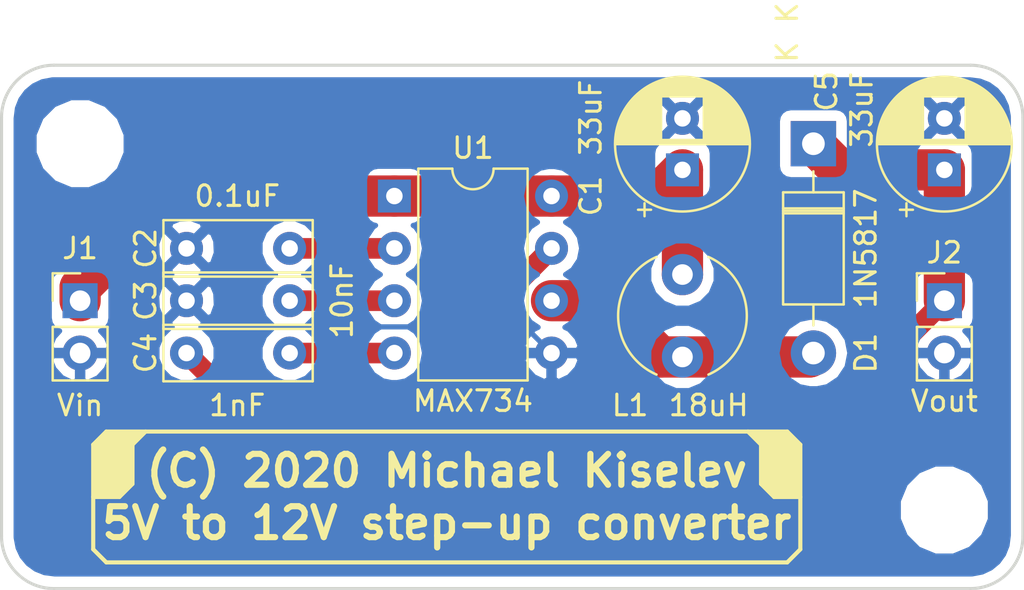
<source format=kicad_pcb>
(kicad_pcb (version 20171130) (host pcbnew "(5.0.2)-1")

  (general
    (thickness 1.6)
    (drawings 28)
    (tracks 46)
    (zones 0)
    (modules 12)
    (nets 8)
  )

  (page A4)
  (layers
    (0 F.Cu signal)
    (31 B.Cu signal)
    (32 B.Adhes user)
    (33 F.Adhes user)
    (34 B.Paste user)
    (35 F.Paste user)
    (36 B.SilkS user)
    (37 F.SilkS user)
    (38 B.Mask user)
    (39 F.Mask user)
    (40 Dwgs.User user)
    (41 Cmts.User user)
    (42 Eco1.User user)
    (43 Eco2.User user)
    (44 Edge.Cuts user)
    (45 Margin user)
    (46 B.CrtYd user)
    (47 F.CrtYd user)
    (48 B.Fab user)
    (49 F.Fab user)
  )

  (setup
    (last_trace_width 0.25)
    (user_trace_width 1)
    (user_trace_width 2)
    (user_trace_width 2.5)
    (trace_clearance 0.2)
    (zone_clearance 0.508)
    (zone_45_only no)
    (trace_min 0.2)
    (segment_width 0.2)
    (edge_width 0.15)
    (via_size 0.8)
    (via_drill 0.4)
    (via_min_size 0.4)
    (via_min_drill 0.3)
    (uvia_size 0.3)
    (uvia_drill 0.1)
    (uvias_allowed no)
    (uvia_min_size 0.2)
    (uvia_min_drill 0.1)
    (pcb_text_width 0.3)
    (pcb_text_size 1.5 1.5)
    (mod_edge_width 0.15)
    (mod_text_size 1 1)
    (mod_text_width 0.15)
    (pad_size 1.524 1.524)
    (pad_drill 0.762)
    (pad_to_mask_clearance 0.051)
    (solder_mask_min_width 0.25)
    (aux_axis_origin 0 0)
    (visible_elements 7FFFFFFF)
    (pcbplotparams
      (layerselection 0x010f0_ffffffff)
      (usegerberextensions false)
      (usegerberattributes false)
      (usegerberadvancedattributes false)
      (creategerberjobfile false)
      (excludeedgelayer true)
      (linewidth 0.100000)
      (plotframeref false)
      (viasonmask false)
      (mode 1)
      (useauxorigin false)
      (hpglpennumber 1)
      (hpglpenspeed 20)
      (hpglpendiameter 15.000000)
      (psnegative false)
      (psa4output false)
      (plotreference true)
      (plotvalue true)
      (plotinvisibletext false)
      (padsonsilk false)
      (subtractmaskfromsilk false)
      (outputformat 1)
      (mirror false)
      (drillshape 0)
      (scaleselection 1)
      (outputdirectory "Gerber"))
  )

  (net 0 "")
  (net 1 GND)
  (net 2 "Net-(C1-Pad1)")
  (net 3 "Net-(C2-Pad1)")
  (net 4 "Net-(C3-Pad1)")
  (net 5 "Net-(C4-Pad1)")
  (net 6 "Net-(C4-Pad2)")
  (net 7 "Net-(D1-Pad2)")

  (net_class Default "This is the default net class."
    (clearance 0.2)
    (trace_width 0.25)
    (via_dia 0.8)
    (via_drill 0.4)
    (uvia_dia 0.3)
    (uvia_drill 0.1)
    (add_net GND)
    (add_net "Net-(C1-Pad1)")
    (add_net "Net-(C2-Pad1)")
    (add_net "Net-(C3-Pad1)")
    (add_net "Net-(C4-Pad1)")
    (add_net "Net-(C4-Pad2)")
    (add_net "Net-(D1-Pad2)")
  )

  (module Package_DIP:DIP-8_W7.62mm (layer F.Cu) (tedit 5E35077E) (tstamp 5E406F13)
    (at 111.76 71.12)
    (descr "8-lead though-hole mounted DIP package, row spacing 7.62 mm (300 mils)")
    (tags "THT DIP DIL PDIP 2.54mm 7.62mm 300mil")
    (path /5E33F7CE)
    (fp_text reference U1 (at 3.81 -2.33) (layer F.SilkS)
      (effects (font (size 1 1) (thickness 0.15)))
    )
    (fp_text value MAX734 (at 3.81 9.95) (layer F.SilkS)
      (effects (font (size 1 1) (thickness 0.15)))
    )
    (fp_arc (start 3.81 -1.33) (end 2.81 -1.33) (angle -180) (layer F.SilkS) (width 0.12))
    (fp_line (start 1.635 -1.27) (end 6.985 -1.27) (layer F.Fab) (width 0.1))
    (fp_line (start 6.985 -1.27) (end 6.985 8.89) (layer F.Fab) (width 0.1))
    (fp_line (start 6.985 8.89) (end 0.635 8.89) (layer F.Fab) (width 0.1))
    (fp_line (start 0.635 8.89) (end 0.635 -0.27) (layer F.Fab) (width 0.1))
    (fp_line (start 0.635 -0.27) (end 1.635 -1.27) (layer F.Fab) (width 0.1))
    (fp_line (start 2.81 -1.33) (end 1.16 -1.33) (layer F.SilkS) (width 0.12))
    (fp_line (start 1.16 -1.33) (end 1.16 8.95) (layer F.SilkS) (width 0.12))
    (fp_line (start 1.16 8.95) (end 6.46 8.95) (layer F.SilkS) (width 0.12))
    (fp_line (start 6.46 8.95) (end 6.46 -1.33) (layer F.SilkS) (width 0.12))
    (fp_line (start 6.46 -1.33) (end 4.81 -1.33) (layer F.SilkS) (width 0.12))
    (fp_line (start -1.1 -1.55) (end -1.1 9.15) (layer F.CrtYd) (width 0.05))
    (fp_line (start -1.1 9.15) (end 8.7 9.15) (layer F.CrtYd) (width 0.05))
    (fp_line (start 8.7 9.15) (end 8.7 -1.55) (layer F.CrtYd) (width 0.05))
    (fp_line (start 8.7 -1.55) (end -1.1 -1.55) (layer F.CrtYd) (width 0.05))
    (fp_text user %R (at 3.81 3.81) (layer F.Fab)
      (effects (font (size 1 1) (thickness 0.15)))
    )
    (pad 1 thru_hole rect (at 0 0) (size 1.6 1.6) (drill 0.8) (layers *.Cu *.Mask)
      (net 2 "Net-(C1-Pad1)"))
    (pad 5 thru_hole oval (at 7.62 7.62) (size 1.6 1.6) (drill 0.8) (layers *.Cu *.Mask)
      (net 1 GND))
    (pad 2 thru_hole oval (at 0 2.54) (size 1.6 1.6) (drill 0.8) (layers *.Cu *.Mask)
      (net 3 "Net-(C2-Pad1)"))
    (pad 6 thru_hole oval (at 7.62 5.08) (size 1.6 1.6) (drill 0.8) (layers *.Cu *.Mask)
      (net 7 "Net-(D1-Pad2)"))
    (pad 3 thru_hole oval (at 0 5.08) (size 1.6 1.6) (drill 0.8) (layers *.Cu *.Mask)
      (net 4 "Net-(C3-Pad1)"))
    (pad 7 thru_hole oval (at 7.62 2.54) (size 1.6 1.6) (drill 0.8) (layers *.Cu *.Mask)
      (net 6 "Net-(C4-Pad2)"))
    (pad 4 thru_hole oval (at 0 7.62) (size 1.6 1.6) (drill 0.8) (layers *.Cu *.Mask)
      (net 5 "Net-(C4-Pad1)"))
    (pad 8 thru_hole oval (at 7.62 0) (size 1.6 1.6) (drill 0.8) (layers *.Cu *.Mask)
      (net 2 "Net-(C1-Pad1)"))
    (model ${KISYS3DMOD}/Package_DIP.3dshapes/DIP-8_W7.62mm.wrl
      (at (xyz 0 0 0))
      (scale (xyz 1 1 1))
      (rotate (xyz 0 0 0))
    )
  )

  (module Inductor_THT:L_Radial_D6.0mm_P4.00mm (layer F.Cu) (tedit 5E35078A) (tstamp 5E40958F)
    (at 125.73 74.93 270)
    (descr "Inductor, Radial series, Radial, pin pitch=4.00mm, , diameter=6.0mm, http://www.abracon.com/Magnetics/radial/AIUR-07.pdf")
    (tags "Inductor Radial series Radial pin pitch 4.00mm  diameter 6.0mm")
    (path /5E33FCA3)
    (fp_text reference L1 (at 6.35 2.54) (layer F.SilkS)
      (effects (font (size 1 1) (thickness 0.15)))
    )
    (fp_text value 18uH (at 6.35 -1.27) (layer F.SilkS)
      (effects (font (size 1 1) (thickness 0.15)))
    )
    (fp_arc (start 2 0) (end -0.85426 -1.26) (angle 132.362317) (layer F.SilkS) (width 0.12))
    (fp_arc (start 2 0) (end -0.85426 1.26) (angle -132.362317) (layer F.SilkS) (width 0.12))
    (fp_circle (center 2 0) (end 5 0) (layer F.Fab) (width 0.1))
    (fp_circle (center 2 0) (end 5.49 0) (layer F.CrtYd) (width 0.05))
    (fp_text user %R (at 2 0 270) (layer F.Fab)
      (effects (font (size 1 1) (thickness 0.15)))
    )
    (pad 1 thru_hole circle (at 0 0 270) (size 2 2) (drill 1) (layers *.Cu *.Mask)
      (net 2 "Net-(C1-Pad1)"))
    (pad 2 thru_hole circle (at 4 0 270) (size 2 2) (drill 1) (layers *.Cu *.Mask)
      (net 7 "Net-(D1-Pad2)"))
    (model ${KISYS3DMOD}/Inductor_THT.3dshapes/L_Radial_D6.0mm_P4.00mm.wrl
      (at (xyz 0 0 0))
      (scale (xyz 1 1 1))
      (rotate (xyz 0 0 0))
    )
  )

  (module Capacitor_THT:CP_Radial_D6.3mm_P2.50mm (layer F.Cu) (tedit 5E35065B) (tstamp 5E406DD4)
    (at 125.73 69.85 90)
    (descr "CP, Radial series, Radial, pin pitch=2.50mm, , diameter=6.3mm, Electrolytic Capacitor")
    (tags "CP Radial series Radial pin pitch 2.50mm  diameter 6.3mm Electrolytic Capacitor")
    (path /5E33FC52)
    (fp_text reference C1 (at -1.27 -4.445 90) (layer F.SilkS)
      (effects (font (size 1 1) (thickness 0.15)))
    )
    (fp_text value 33uF (at 2.54 -4.445 90) (layer F.SilkS)
      (effects (font (size 1 1) (thickness 0.15)))
    )
    (fp_text user %R (at 1.25 0 90) (layer F.Fab)
      (effects (font (size 1 1) (thickness 0.15)))
    )
    (fp_line (start -1.935241 -2.154) (end -1.935241 -1.524) (layer F.SilkS) (width 0.12))
    (fp_line (start -2.250241 -1.839) (end -1.620241 -1.839) (layer F.SilkS) (width 0.12))
    (fp_line (start 4.491 -0.402) (end 4.491 0.402) (layer F.SilkS) (width 0.12))
    (fp_line (start 4.451 -0.633) (end 4.451 0.633) (layer F.SilkS) (width 0.12))
    (fp_line (start 4.411 -0.802) (end 4.411 0.802) (layer F.SilkS) (width 0.12))
    (fp_line (start 4.371 -0.94) (end 4.371 0.94) (layer F.SilkS) (width 0.12))
    (fp_line (start 4.331 -1.059) (end 4.331 1.059) (layer F.SilkS) (width 0.12))
    (fp_line (start 4.291 -1.165) (end 4.291 1.165) (layer F.SilkS) (width 0.12))
    (fp_line (start 4.251 -1.262) (end 4.251 1.262) (layer F.SilkS) (width 0.12))
    (fp_line (start 4.211 -1.35) (end 4.211 1.35) (layer F.SilkS) (width 0.12))
    (fp_line (start 4.171 -1.432) (end 4.171 1.432) (layer F.SilkS) (width 0.12))
    (fp_line (start 4.131 -1.509) (end 4.131 1.509) (layer F.SilkS) (width 0.12))
    (fp_line (start 4.091 -1.581) (end 4.091 1.581) (layer F.SilkS) (width 0.12))
    (fp_line (start 4.051 -1.65) (end 4.051 1.65) (layer F.SilkS) (width 0.12))
    (fp_line (start 4.011 -1.714) (end 4.011 1.714) (layer F.SilkS) (width 0.12))
    (fp_line (start 3.971 -1.776) (end 3.971 1.776) (layer F.SilkS) (width 0.12))
    (fp_line (start 3.931 -1.834) (end 3.931 1.834) (layer F.SilkS) (width 0.12))
    (fp_line (start 3.891 -1.89) (end 3.891 1.89) (layer F.SilkS) (width 0.12))
    (fp_line (start 3.851 -1.944) (end 3.851 1.944) (layer F.SilkS) (width 0.12))
    (fp_line (start 3.811 -1.995) (end 3.811 1.995) (layer F.SilkS) (width 0.12))
    (fp_line (start 3.771 -2.044) (end 3.771 2.044) (layer F.SilkS) (width 0.12))
    (fp_line (start 3.731 -2.092) (end 3.731 2.092) (layer F.SilkS) (width 0.12))
    (fp_line (start 3.691 -2.137) (end 3.691 2.137) (layer F.SilkS) (width 0.12))
    (fp_line (start 3.651 -2.182) (end 3.651 2.182) (layer F.SilkS) (width 0.12))
    (fp_line (start 3.611 -2.224) (end 3.611 2.224) (layer F.SilkS) (width 0.12))
    (fp_line (start 3.571 -2.265) (end 3.571 2.265) (layer F.SilkS) (width 0.12))
    (fp_line (start 3.531 1.04) (end 3.531 2.305) (layer F.SilkS) (width 0.12))
    (fp_line (start 3.531 -2.305) (end 3.531 -1.04) (layer F.SilkS) (width 0.12))
    (fp_line (start 3.491 1.04) (end 3.491 2.343) (layer F.SilkS) (width 0.12))
    (fp_line (start 3.491 -2.343) (end 3.491 -1.04) (layer F.SilkS) (width 0.12))
    (fp_line (start 3.451 1.04) (end 3.451 2.38) (layer F.SilkS) (width 0.12))
    (fp_line (start 3.451 -2.38) (end 3.451 -1.04) (layer F.SilkS) (width 0.12))
    (fp_line (start 3.411 1.04) (end 3.411 2.416) (layer F.SilkS) (width 0.12))
    (fp_line (start 3.411 -2.416) (end 3.411 -1.04) (layer F.SilkS) (width 0.12))
    (fp_line (start 3.371 1.04) (end 3.371 2.45) (layer F.SilkS) (width 0.12))
    (fp_line (start 3.371 -2.45) (end 3.371 -1.04) (layer F.SilkS) (width 0.12))
    (fp_line (start 3.331 1.04) (end 3.331 2.484) (layer F.SilkS) (width 0.12))
    (fp_line (start 3.331 -2.484) (end 3.331 -1.04) (layer F.SilkS) (width 0.12))
    (fp_line (start 3.291 1.04) (end 3.291 2.516) (layer F.SilkS) (width 0.12))
    (fp_line (start 3.291 -2.516) (end 3.291 -1.04) (layer F.SilkS) (width 0.12))
    (fp_line (start 3.251 1.04) (end 3.251 2.548) (layer F.SilkS) (width 0.12))
    (fp_line (start 3.251 -2.548) (end 3.251 -1.04) (layer F.SilkS) (width 0.12))
    (fp_line (start 3.211 1.04) (end 3.211 2.578) (layer F.SilkS) (width 0.12))
    (fp_line (start 3.211 -2.578) (end 3.211 -1.04) (layer F.SilkS) (width 0.12))
    (fp_line (start 3.171 1.04) (end 3.171 2.607) (layer F.SilkS) (width 0.12))
    (fp_line (start 3.171 -2.607) (end 3.171 -1.04) (layer F.SilkS) (width 0.12))
    (fp_line (start 3.131 1.04) (end 3.131 2.636) (layer F.SilkS) (width 0.12))
    (fp_line (start 3.131 -2.636) (end 3.131 -1.04) (layer F.SilkS) (width 0.12))
    (fp_line (start 3.091 1.04) (end 3.091 2.664) (layer F.SilkS) (width 0.12))
    (fp_line (start 3.091 -2.664) (end 3.091 -1.04) (layer F.SilkS) (width 0.12))
    (fp_line (start 3.051 1.04) (end 3.051 2.69) (layer F.SilkS) (width 0.12))
    (fp_line (start 3.051 -2.69) (end 3.051 -1.04) (layer F.SilkS) (width 0.12))
    (fp_line (start 3.011 1.04) (end 3.011 2.716) (layer F.SilkS) (width 0.12))
    (fp_line (start 3.011 -2.716) (end 3.011 -1.04) (layer F.SilkS) (width 0.12))
    (fp_line (start 2.971 1.04) (end 2.971 2.742) (layer F.SilkS) (width 0.12))
    (fp_line (start 2.971 -2.742) (end 2.971 -1.04) (layer F.SilkS) (width 0.12))
    (fp_line (start 2.931 1.04) (end 2.931 2.766) (layer F.SilkS) (width 0.12))
    (fp_line (start 2.931 -2.766) (end 2.931 -1.04) (layer F.SilkS) (width 0.12))
    (fp_line (start 2.891 1.04) (end 2.891 2.79) (layer F.SilkS) (width 0.12))
    (fp_line (start 2.891 -2.79) (end 2.891 -1.04) (layer F.SilkS) (width 0.12))
    (fp_line (start 2.851 1.04) (end 2.851 2.812) (layer F.SilkS) (width 0.12))
    (fp_line (start 2.851 -2.812) (end 2.851 -1.04) (layer F.SilkS) (width 0.12))
    (fp_line (start 2.811 1.04) (end 2.811 2.834) (layer F.SilkS) (width 0.12))
    (fp_line (start 2.811 -2.834) (end 2.811 -1.04) (layer F.SilkS) (width 0.12))
    (fp_line (start 2.771 1.04) (end 2.771 2.856) (layer F.SilkS) (width 0.12))
    (fp_line (start 2.771 -2.856) (end 2.771 -1.04) (layer F.SilkS) (width 0.12))
    (fp_line (start 2.731 1.04) (end 2.731 2.876) (layer F.SilkS) (width 0.12))
    (fp_line (start 2.731 -2.876) (end 2.731 -1.04) (layer F.SilkS) (width 0.12))
    (fp_line (start 2.691 1.04) (end 2.691 2.896) (layer F.SilkS) (width 0.12))
    (fp_line (start 2.691 -2.896) (end 2.691 -1.04) (layer F.SilkS) (width 0.12))
    (fp_line (start 2.651 1.04) (end 2.651 2.916) (layer F.SilkS) (width 0.12))
    (fp_line (start 2.651 -2.916) (end 2.651 -1.04) (layer F.SilkS) (width 0.12))
    (fp_line (start 2.611 1.04) (end 2.611 2.934) (layer F.SilkS) (width 0.12))
    (fp_line (start 2.611 -2.934) (end 2.611 -1.04) (layer F.SilkS) (width 0.12))
    (fp_line (start 2.571 1.04) (end 2.571 2.952) (layer F.SilkS) (width 0.12))
    (fp_line (start 2.571 -2.952) (end 2.571 -1.04) (layer F.SilkS) (width 0.12))
    (fp_line (start 2.531 1.04) (end 2.531 2.97) (layer F.SilkS) (width 0.12))
    (fp_line (start 2.531 -2.97) (end 2.531 -1.04) (layer F.SilkS) (width 0.12))
    (fp_line (start 2.491 1.04) (end 2.491 2.986) (layer F.SilkS) (width 0.12))
    (fp_line (start 2.491 -2.986) (end 2.491 -1.04) (layer F.SilkS) (width 0.12))
    (fp_line (start 2.451 1.04) (end 2.451 3.002) (layer F.SilkS) (width 0.12))
    (fp_line (start 2.451 -3.002) (end 2.451 -1.04) (layer F.SilkS) (width 0.12))
    (fp_line (start 2.411 1.04) (end 2.411 3.018) (layer F.SilkS) (width 0.12))
    (fp_line (start 2.411 -3.018) (end 2.411 -1.04) (layer F.SilkS) (width 0.12))
    (fp_line (start 2.371 1.04) (end 2.371 3.033) (layer F.SilkS) (width 0.12))
    (fp_line (start 2.371 -3.033) (end 2.371 -1.04) (layer F.SilkS) (width 0.12))
    (fp_line (start 2.331 1.04) (end 2.331 3.047) (layer F.SilkS) (width 0.12))
    (fp_line (start 2.331 -3.047) (end 2.331 -1.04) (layer F.SilkS) (width 0.12))
    (fp_line (start 2.291 1.04) (end 2.291 3.061) (layer F.SilkS) (width 0.12))
    (fp_line (start 2.291 -3.061) (end 2.291 -1.04) (layer F.SilkS) (width 0.12))
    (fp_line (start 2.251 1.04) (end 2.251 3.074) (layer F.SilkS) (width 0.12))
    (fp_line (start 2.251 -3.074) (end 2.251 -1.04) (layer F.SilkS) (width 0.12))
    (fp_line (start 2.211 1.04) (end 2.211 3.086) (layer F.SilkS) (width 0.12))
    (fp_line (start 2.211 -3.086) (end 2.211 -1.04) (layer F.SilkS) (width 0.12))
    (fp_line (start 2.171 1.04) (end 2.171 3.098) (layer F.SilkS) (width 0.12))
    (fp_line (start 2.171 -3.098) (end 2.171 -1.04) (layer F.SilkS) (width 0.12))
    (fp_line (start 2.131 1.04) (end 2.131 3.11) (layer F.SilkS) (width 0.12))
    (fp_line (start 2.131 -3.11) (end 2.131 -1.04) (layer F.SilkS) (width 0.12))
    (fp_line (start 2.091 1.04) (end 2.091 3.121) (layer F.SilkS) (width 0.12))
    (fp_line (start 2.091 -3.121) (end 2.091 -1.04) (layer F.SilkS) (width 0.12))
    (fp_line (start 2.051 1.04) (end 2.051 3.131) (layer F.SilkS) (width 0.12))
    (fp_line (start 2.051 -3.131) (end 2.051 -1.04) (layer F.SilkS) (width 0.12))
    (fp_line (start 2.011 1.04) (end 2.011 3.141) (layer F.SilkS) (width 0.12))
    (fp_line (start 2.011 -3.141) (end 2.011 -1.04) (layer F.SilkS) (width 0.12))
    (fp_line (start 1.971 1.04) (end 1.971 3.15) (layer F.SilkS) (width 0.12))
    (fp_line (start 1.971 -3.15) (end 1.971 -1.04) (layer F.SilkS) (width 0.12))
    (fp_line (start 1.93 1.04) (end 1.93 3.159) (layer F.SilkS) (width 0.12))
    (fp_line (start 1.93 -3.159) (end 1.93 -1.04) (layer F.SilkS) (width 0.12))
    (fp_line (start 1.89 1.04) (end 1.89 3.167) (layer F.SilkS) (width 0.12))
    (fp_line (start 1.89 -3.167) (end 1.89 -1.04) (layer F.SilkS) (width 0.12))
    (fp_line (start 1.85 1.04) (end 1.85 3.175) (layer F.SilkS) (width 0.12))
    (fp_line (start 1.85 -3.175) (end 1.85 -1.04) (layer F.SilkS) (width 0.12))
    (fp_line (start 1.81 1.04) (end 1.81 3.182) (layer F.SilkS) (width 0.12))
    (fp_line (start 1.81 -3.182) (end 1.81 -1.04) (layer F.SilkS) (width 0.12))
    (fp_line (start 1.77 1.04) (end 1.77 3.189) (layer F.SilkS) (width 0.12))
    (fp_line (start 1.77 -3.189) (end 1.77 -1.04) (layer F.SilkS) (width 0.12))
    (fp_line (start 1.73 1.04) (end 1.73 3.195) (layer F.SilkS) (width 0.12))
    (fp_line (start 1.73 -3.195) (end 1.73 -1.04) (layer F.SilkS) (width 0.12))
    (fp_line (start 1.69 1.04) (end 1.69 3.201) (layer F.SilkS) (width 0.12))
    (fp_line (start 1.69 -3.201) (end 1.69 -1.04) (layer F.SilkS) (width 0.12))
    (fp_line (start 1.65 1.04) (end 1.65 3.206) (layer F.SilkS) (width 0.12))
    (fp_line (start 1.65 -3.206) (end 1.65 -1.04) (layer F.SilkS) (width 0.12))
    (fp_line (start 1.61 1.04) (end 1.61 3.211) (layer F.SilkS) (width 0.12))
    (fp_line (start 1.61 -3.211) (end 1.61 -1.04) (layer F.SilkS) (width 0.12))
    (fp_line (start 1.57 1.04) (end 1.57 3.215) (layer F.SilkS) (width 0.12))
    (fp_line (start 1.57 -3.215) (end 1.57 -1.04) (layer F.SilkS) (width 0.12))
    (fp_line (start 1.53 1.04) (end 1.53 3.218) (layer F.SilkS) (width 0.12))
    (fp_line (start 1.53 -3.218) (end 1.53 -1.04) (layer F.SilkS) (width 0.12))
    (fp_line (start 1.49 1.04) (end 1.49 3.222) (layer F.SilkS) (width 0.12))
    (fp_line (start 1.49 -3.222) (end 1.49 -1.04) (layer F.SilkS) (width 0.12))
    (fp_line (start 1.45 -3.224) (end 1.45 3.224) (layer F.SilkS) (width 0.12))
    (fp_line (start 1.41 -3.227) (end 1.41 3.227) (layer F.SilkS) (width 0.12))
    (fp_line (start 1.37 -3.228) (end 1.37 3.228) (layer F.SilkS) (width 0.12))
    (fp_line (start 1.33 -3.23) (end 1.33 3.23) (layer F.SilkS) (width 0.12))
    (fp_line (start 1.29 -3.23) (end 1.29 3.23) (layer F.SilkS) (width 0.12))
    (fp_line (start 1.25 -3.23) (end 1.25 3.23) (layer F.SilkS) (width 0.12))
    (fp_line (start -1.128972 -1.6885) (end -1.128972 -1.0585) (layer F.Fab) (width 0.1))
    (fp_line (start -1.443972 -1.3735) (end -0.813972 -1.3735) (layer F.Fab) (width 0.1))
    (fp_circle (center 1.25 0) (end 4.65 0) (layer F.CrtYd) (width 0.05))
    (fp_circle (center 1.25 0) (end 4.52 0) (layer F.SilkS) (width 0.12))
    (fp_circle (center 1.25 0) (end 4.4 0) (layer F.Fab) (width 0.1))
    (pad 2 thru_hole circle (at 2.5 0 90) (size 1.6 1.6) (drill 0.8) (layers *.Cu *.Mask)
      (net 1 GND))
    (pad 1 thru_hole rect (at 0 0 90) (size 1.6 1.6) (drill 0.8) (layers *.Cu *.Mask)
      (net 2 "Net-(C1-Pad1)"))
    (model ${KISYS3DMOD}/Capacitor_THT.3dshapes/CP_Radial_D6.3mm_P2.50mm.wrl
      (at (xyz 0 0 0))
      (scale (xyz 1 1 1))
      (rotate (xyz 0 0 0))
    )
  )

  (module Capacitor_THT:CP_Radial_D6.3mm_P2.50mm (layer F.Cu) (tedit 5E350654) (tstamp 5E406EA1)
    (at 138.43 69.85 90)
    (descr "CP, Radial series, Radial, pin pitch=2.50mm, , diameter=6.3mm, Electrolytic Capacitor")
    (tags "CP Radial series Radial pin pitch 2.50mm  diameter 6.3mm Electrolytic Capacitor")
    (path /5E33FBD5)
    (fp_text reference C5 (at 3.81 -5.715 90) (layer F.SilkS)
      (effects (font (size 1 1) (thickness 0.15)))
    )
    (fp_text value 33uF (at 2.921 -4.0005 90) (layer F.SilkS)
      (effects (font (size 1 1) (thickness 0.15)))
    )
    (fp_circle (center 1.25 0) (end 4.4 0) (layer F.Fab) (width 0.1))
    (fp_circle (center 1.25 0) (end 4.52 0) (layer F.SilkS) (width 0.12))
    (fp_circle (center 1.25 0) (end 4.65 0) (layer F.CrtYd) (width 0.05))
    (fp_line (start -1.443972 -1.3735) (end -0.813972 -1.3735) (layer F.Fab) (width 0.1))
    (fp_line (start -1.128972 -1.6885) (end -1.128972 -1.0585) (layer F.Fab) (width 0.1))
    (fp_line (start 1.25 -3.23) (end 1.25 3.23) (layer F.SilkS) (width 0.12))
    (fp_line (start 1.29 -3.23) (end 1.29 3.23) (layer F.SilkS) (width 0.12))
    (fp_line (start 1.33 -3.23) (end 1.33 3.23) (layer F.SilkS) (width 0.12))
    (fp_line (start 1.37 -3.228) (end 1.37 3.228) (layer F.SilkS) (width 0.12))
    (fp_line (start 1.41 -3.227) (end 1.41 3.227) (layer F.SilkS) (width 0.12))
    (fp_line (start 1.45 -3.224) (end 1.45 3.224) (layer F.SilkS) (width 0.12))
    (fp_line (start 1.49 -3.222) (end 1.49 -1.04) (layer F.SilkS) (width 0.12))
    (fp_line (start 1.49 1.04) (end 1.49 3.222) (layer F.SilkS) (width 0.12))
    (fp_line (start 1.53 -3.218) (end 1.53 -1.04) (layer F.SilkS) (width 0.12))
    (fp_line (start 1.53 1.04) (end 1.53 3.218) (layer F.SilkS) (width 0.12))
    (fp_line (start 1.57 -3.215) (end 1.57 -1.04) (layer F.SilkS) (width 0.12))
    (fp_line (start 1.57 1.04) (end 1.57 3.215) (layer F.SilkS) (width 0.12))
    (fp_line (start 1.61 -3.211) (end 1.61 -1.04) (layer F.SilkS) (width 0.12))
    (fp_line (start 1.61 1.04) (end 1.61 3.211) (layer F.SilkS) (width 0.12))
    (fp_line (start 1.65 -3.206) (end 1.65 -1.04) (layer F.SilkS) (width 0.12))
    (fp_line (start 1.65 1.04) (end 1.65 3.206) (layer F.SilkS) (width 0.12))
    (fp_line (start 1.69 -3.201) (end 1.69 -1.04) (layer F.SilkS) (width 0.12))
    (fp_line (start 1.69 1.04) (end 1.69 3.201) (layer F.SilkS) (width 0.12))
    (fp_line (start 1.73 -3.195) (end 1.73 -1.04) (layer F.SilkS) (width 0.12))
    (fp_line (start 1.73 1.04) (end 1.73 3.195) (layer F.SilkS) (width 0.12))
    (fp_line (start 1.77 -3.189) (end 1.77 -1.04) (layer F.SilkS) (width 0.12))
    (fp_line (start 1.77 1.04) (end 1.77 3.189) (layer F.SilkS) (width 0.12))
    (fp_line (start 1.81 -3.182) (end 1.81 -1.04) (layer F.SilkS) (width 0.12))
    (fp_line (start 1.81 1.04) (end 1.81 3.182) (layer F.SilkS) (width 0.12))
    (fp_line (start 1.85 -3.175) (end 1.85 -1.04) (layer F.SilkS) (width 0.12))
    (fp_line (start 1.85 1.04) (end 1.85 3.175) (layer F.SilkS) (width 0.12))
    (fp_line (start 1.89 -3.167) (end 1.89 -1.04) (layer F.SilkS) (width 0.12))
    (fp_line (start 1.89 1.04) (end 1.89 3.167) (layer F.SilkS) (width 0.12))
    (fp_line (start 1.93 -3.159) (end 1.93 -1.04) (layer F.SilkS) (width 0.12))
    (fp_line (start 1.93 1.04) (end 1.93 3.159) (layer F.SilkS) (width 0.12))
    (fp_line (start 1.971 -3.15) (end 1.971 -1.04) (layer F.SilkS) (width 0.12))
    (fp_line (start 1.971 1.04) (end 1.971 3.15) (layer F.SilkS) (width 0.12))
    (fp_line (start 2.011 -3.141) (end 2.011 -1.04) (layer F.SilkS) (width 0.12))
    (fp_line (start 2.011 1.04) (end 2.011 3.141) (layer F.SilkS) (width 0.12))
    (fp_line (start 2.051 -3.131) (end 2.051 -1.04) (layer F.SilkS) (width 0.12))
    (fp_line (start 2.051 1.04) (end 2.051 3.131) (layer F.SilkS) (width 0.12))
    (fp_line (start 2.091 -3.121) (end 2.091 -1.04) (layer F.SilkS) (width 0.12))
    (fp_line (start 2.091 1.04) (end 2.091 3.121) (layer F.SilkS) (width 0.12))
    (fp_line (start 2.131 -3.11) (end 2.131 -1.04) (layer F.SilkS) (width 0.12))
    (fp_line (start 2.131 1.04) (end 2.131 3.11) (layer F.SilkS) (width 0.12))
    (fp_line (start 2.171 -3.098) (end 2.171 -1.04) (layer F.SilkS) (width 0.12))
    (fp_line (start 2.171 1.04) (end 2.171 3.098) (layer F.SilkS) (width 0.12))
    (fp_line (start 2.211 -3.086) (end 2.211 -1.04) (layer F.SilkS) (width 0.12))
    (fp_line (start 2.211 1.04) (end 2.211 3.086) (layer F.SilkS) (width 0.12))
    (fp_line (start 2.251 -3.074) (end 2.251 -1.04) (layer F.SilkS) (width 0.12))
    (fp_line (start 2.251 1.04) (end 2.251 3.074) (layer F.SilkS) (width 0.12))
    (fp_line (start 2.291 -3.061) (end 2.291 -1.04) (layer F.SilkS) (width 0.12))
    (fp_line (start 2.291 1.04) (end 2.291 3.061) (layer F.SilkS) (width 0.12))
    (fp_line (start 2.331 -3.047) (end 2.331 -1.04) (layer F.SilkS) (width 0.12))
    (fp_line (start 2.331 1.04) (end 2.331 3.047) (layer F.SilkS) (width 0.12))
    (fp_line (start 2.371 -3.033) (end 2.371 -1.04) (layer F.SilkS) (width 0.12))
    (fp_line (start 2.371 1.04) (end 2.371 3.033) (layer F.SilkS) (width 0.12))
    (fp_line (start 2.411 -3.018) (end 2.411 -1.04) (layer F.SilkS) (width 0.12))
    (fp_line (start 2.411 1.04) (end 2.411 3.018) (layer F.SilkS) (width 0.12))
    (fp_line (start 2.451 -3.002) (end 2.451 -1.04) (layer F.SilkS) (width 0.12))
    (fp_line (start 2.451 1.04) (end 2.451 3.002) (layer F.SilkS) (width 0.12))
    (fp_line (start 2.491 -2.986) (end 2.491 -1.04) (layer F.SilkS) (width 0.12))
    (fp_line (start 2.491 1.04) (end 2.491 2.986) (layer F.SilkS) (width 0.12))
    (fp_line (start 2.531 -2.97) (end 2.531 -1.04) (layer F.SilkS) (width 0.12))
    (fp_line (start 2.531 1.04) (end 2.531 2.97) (layer F.SilkS) (width 0.12))
    (fp_line (start 2.571 -2.952) (end 2.571 -1.04) (layer F.SilkS) (width 0.12))
    (fp_line (start 2.571 1.04) (end 2.571 2.952) (layer F.SilkS) (width 0.12))
    (fp_line (start 2.611 -2.934) (end 2.611 -1.04) (layer F.SilkS) (width 0.12))
    (fp_line (start 2.611 1.04) (end 2.611 2.934) (layer F.SilkS) (width 0.12))
    (fp_line (start 2.651 -2.916) (end 2.651 -1.04) (layer F.SilkS) (width 0.12))
    (fp_line (start 2.651 1.04) (end 2.651 2.916) (layer F.SilkS) (width 0.12))
    (fp_line (start 2.691 -2.896) (end 2.691 -1.04) (layer F.SilkS) (width 0.12))
    (fp_line (start 2.691 1.04) (end 2.691 2.896) (layer F.SilkS) (width 0.12))
    (fp_line (start 2.731 -2.876) (end 2.731 -1.04) (layer F.SilkS) (width 0.12))
    (fp_line (start 2.731 1.04) (end 2.731 2.876) (layer F.SilkS) (width 0.12))
    (fp_line (start 2.771 -2.856) (end 2.771 -1.04) (layer F.SilkS) (width 0.12))
    (fp_line (start 2.771 1.04) (end 2.771 2.856) (layer F.SilkS) (width 0.12))
    (fp_line (start 2.811 -2.834) (end 2.811 -1.04) (layer F.SilkS) (width 0.12))
    (fp_line (start 2.811 1.04) (end 2.811 2.834) (layer F.SilkS) (width 0.12))
    (fp_line (start 2.851 -2.812) (end 2.851 -1.04) (layer F.SilkS) (width 0.12))
    (fp_line (start 2.851 1.04) (end 2.851 2.812) (layer F.SilkS) (width 0.12))
    (fp_line (start 2.891 -2.79) (end 2.891 -1.04) (layer F.SilkS) (width 0.12))
    (fp_line (start 2.891 1.04) (end 2.891 2.79) (layer F.SilkS) (width 0.12))
    (fp_line (start 2.931 -2.766) (end 2.931 -1.04) (layer F.SilkS) (width 0.12))
    (fp_line (start 2.931 1.04) (end 2.931 2.766) (layer F.SilkS) (width 0.12))
    (fp_line (start 2.971 -2.742) (end 2.971 -1.04) (layer F.SilkS) (width 0.12))
    (fp_line (start 2.971 1.04) (end 2.971 2.742) (layer F.SilkS) (width 0.12))
    (fp_line (start 3.011 -2.716) (end 3.011 -1.04) (layer F.SilkS) (width 0.12))
    (fp_line (start 3.011 1.04) (end 3.011 2.716) (layer F.SilkS) (width 0.12))
    (fp_line (start 3.051 -2.69) (end 3.051 -1.04) (layer F.SilkS) (width 0.12))
    (fp_line (start 3.051 1.04) (end 3.051 2.69) (layer F.SilkS) (width 0.12))
    (fp_line (start 3.091 -2.664) (end 3.091 -1.04) (layer F.SilkS) (width 0.12))
    (fp_line (start 3.091 1.04) (end 3.091 2.664) (layer F.SilkS) (width 0.12))
    (fp_line (start 3.131 -2.636) (end 3.131 -1.04) (layer F.SilkS) (width 0.12))
    (fp_line (start 3.131 1.04) (end 3.131 2.636) (layer F.SilkS) (width 0.12))
    (fp_line (start 3.171 -2.607) (end 3.171 -1.04) (layer F.SilkS) (width 0.12))
    (fp_line (start 3.171 1.04) (end 3.171 2.607) (layer F.SilkS) (width 0.12))
    (fp_line (start 3.211 -2.578) (end 3.211 -1.04) (layer F.SilkS) (width 0.12))
    (fp_line (start 3.211 1.04) (end 3.211 2.578) (layer F.SilkS) (width 0.12))
    (fp_line (start 3.251 -2.548) (end 3.251 -1.04) (layer F.SilkS) (width 0.12))
    (fp_line (start 3.251 1.04) (end 3.251 2.548) (layer F.SilkS) (width 0.12))
    (fp_line (start 3.291 -2.516) (end 3.291 -1.04) (layer F.SilkS) (width 0.12))
    (fp_line (start 3.291 1.04) (end 3.291 2.516) (layer F.SilkS) (width 0.12))
    (fp_line (start 3.331 -2.484) (end 3.331 -1.04) (layer F.SilkS) (width 0.12))
    (fp_line (start 3.331 1.04) (end 3.331 2.484) (layer F.SilkS) (width 0.12))
    (fp_line (start 3.371 -2.45) (end 3.371 -1.04) (layer F.SilkS) (width 0.12))
    (fp_line (start 3.371 1.04) (end 3.371 2.45) (layer F.SilkS) (width 0.12))
    (fp_line (start 3.411 -2.416) (end 3.411 -1.04) (layer F.SilkS) (width 0.12))
    (fp_line (start 3.411 1.04) (end 3.411 2.416) (layer F.SilkS) (width 0.12))
    (fp_line (start 3.451 -2.38) (end 3.451 -1.04) (layer F.SilkS) (width 0.12))
    (fp_line (start 3.451 1.04) (end 3.451 2.38) (layer F.SilkS) (width 0.12))
    (fp_line (start 3.491 -2.343) (end 3.491 -1.04) (layer F.SilkS) (width 0.12))
    (fp_line (start 3.491 1.04) (end 3.491 2.343) (layer F.SilkS) (width 0.12))
    (fp_line (start 3.531 -2.305) (end 3.531 -1.04) (layer F.SilkS) (width 0.12))
    (fp_line (start 3.531 1.04) (end 3.531 2.305) (layer F.SilkS) (width 0.12))
    (fp_line (start 3.571 -2.265) (end 3.571 2.265) (layer F.SilkS) (width 0.12))
    (fp_line (start 3.611 -2.224) (end 3.611 2.224) (layer F.SilkS) (width 0.12))
    (fp_line (start 3.651 -2.182) (end 3.651 2.182) (layer F.SilkS) (width 0.12))
    (fp_line (start 3.691 -2.137) (end 3.691 2.137) (layer F.SilkS) (width 0.12))
    (fp_line (start 3.731 -2.092) (end 3.731 2.092) (layer F.SilkS) (width 0.12))
    (fp_line (start 3.771 -2.044) (end 3.771 2.044) (layer F.SilkS) (width 0.12))
    (fp_line (start 3.811 -1.995) (end 3.811 1.995) (layer F.SilkS) (width 0.12))
    (fp_line (start 3.851 -1.944) (end 3.851 1.944) (layer F.SilkS) (width 0.12))
    (fp_line (start 3.891 -1.89) (end 3.891 1.89) (layer F.SilkS) (width 0.12))
    (fp_line (start 3.931 -1.834) (end 3.931 1.834) (layer F.SilkS) (width 0.12))
    (fp_line (start 3.971 -1.776) (end 3.971 1.776) (layer F.SilkS) (width 0.12))
    (fp_line (start 4.011 -1.714) (end 4.011 1.714) (layer F.SilkS) (width 0.12))
    (fp_line (start 4.051 -1.65) (end 4.051 1.65) (layer F.SilkS) (width 0.12))
    (fp_line (start 4.091 -1.581) (end 4.091 1.581) (layer F.SilkS) (width 0.12))
    (fp_line (start 4.131 -1.509) (end 4.131 1.509) (layer F.SilkS) (width 0.12))
    (fp_line (start 4.171 -1.432) (end 4.171 1.432) (layer F.SilkS) (width 0.12))
    (fp_line (start 4.211 -1.35) (end 4.211 1.35) (layer F.SilkS) (width 0.12))
    (fp_line (start 4.251 -1.262) (end 4.251 1.262) (layer F.SilkS) (width 0.12))
    (fp_line (start 4.291 -1.165) (end 4.291 1.165) (layer F.SilkS) (width 0.12))
    (fp_line (start 4.331 -1.059) (end 4.331 1.059) (layer F.SilkS) (width 0.12))
    (fp_line (start 4.371 -0.94) (end 4.371 0.94) (layer F.SilkS) (width 0.12))
    (fp_line (start 4.411 -0.802) (end 4.411 0.802) (layer F.SilkS) (width 0.12))
    (fp_line (start 4.451 -0.633) (end 4.451 0.633) (layer F.SilkS) (width 0.12))
    (fp_line (start 4.491 -0.402) (end 4.491 0.402) (layer F.SilkS) (width 0.12))
    (fp_line (start -2.250241 -1.839) (end -1.620241 -1.839) (layer F.SilkS) (width 0.12))
    (fp_line (start -1.935241 -2.154) (end -1.935241 -1.524) (layer F.SilkS) (width 0.12))
    (fp_text user %R (at 1.25 0 90) (layer F.Fab)
      (effects (font (size 1 1) (thickness 0.15)))
    )
    (pad 1 thru_hole rect (at 0 0 90) (size 1.6 1.6) (drill 0.8) (layers *.Cu *.Mask)
      (net 6 "Net-(C4-Pad2)"))
    (pad 2 thru_hole circle (at 2.5 0 90) (size 1.6 1.6) (drill 0.8) (layers *.Cu *.Mask)
      (net 1 GND))
    (model ${KISYS3DMOD}/Capacitor_THT.3dshapes/CP_Radial_D6.3mm_P2.50mm.wrl
      (at (xyz 0 0 0))
      (scale (xyz 1 1 1))
      (rotate (xyz 0 0 0))
    )
  )

  (module Diode_THT:D_DO-41_SOD81_P10.16mm_Horizontal (layer F.Cu) (tedit 5E350658) (tstamp 5E406EC0)
    (at 132.08 68.58 270)
    (descr "Diode, DO-41_SOD81 series, Axial, Horizontal, pin pitch=10.16mm, , length*diameter=5.2*2.7mm^2, , http://www.diodes.com/_files/packages/DO-41%20(Plastic).pdf")
    (tags "Diode DO-41_SOD81 series Axial Horizontal pin pitch 10.16mm  length 5.2mm diameter 2.7mm")
    (path /5E33FD7A)
    (fp_text reference D1 (at 10.16 -2.54 270) (layer F.SilkS)
      (effects (font (size 1 1) (thickness 0.15)))
    )
    (fp_text value 1N5817 (at 5.08 -2.54 270) (layer F.SilkS)
      (effects (font (size 1 1) (thickness 0.15)))
    )
    (fp_line (start 2.48 -1.35) (end 2.48 1.35) (layer F.Fab) (width 0.1))
    (fp_line (start 2.48 1.35) (end 7.68 1.35) (layer F.Fab) (width 0.1))
    (fp_line (start 7.68 1.35) (end 7.68 -1.35) (layer F.Fab) (width 0.1))
    (fp_line (start 7.68 -1.35) (end 2.48 -1.35) (layer F.Fab) (width 0.1))
    (fp_line (start 0 0) (end 2.48 0) (layer F.Fab) (width 0.1))
    (fp_line (start 10.16 0) (end 7.68 0) (layer F.Fab) (width 0.1))
    (fp_line (start 3.26 -1.35) (end 3.26 1.35) (layer F.Fab) (width 0.1))
    (fp_line (start 3.36 -1.35) (end 3.36 1.35) (layer F.Fab) (width 0.1))
    (fp_line (start 3.16 -1.35) (end 3.16 1.35) (layer F.Fab) (width 0.1))
    (fp_line (start 2.36 -1.47) (end 2.36 1.47) (layer F.SilkS) (width 0.12))
    (fp_line (start 2.36 1.47) (end 7.8 1.47) (layer F.SilkS) (width 0.12))
    (fp_line (start 7.8 1.47) (end 7.8 -1.47) (layer F.SilkS) (width 0.12))
    (fp_line (start 7.8 -1.47) (end 2.36 -1.47) (layer F.SilkS) (width 0.12))
    (fp_line (start 1.34 0) (end 2.36 0) (layer F.SilkS) (width 0.12))
    (fp_line (start 8.82 0) (end 7.8 0) (layer F.SilkS) (width 0.12))
    (fp_line (start 3.26 -1.47) (end 3.26 1.47) (layer F.SilkS) (width 0.12))
    (fp_line (start 3.38 -1.47) (end 3.38 1.47) (layer F.SilkS) (width 0.12))
    (fp_line (start 3.14 -1.47) (end 3.14 1.47) (layer F.SilkS) (width 0.12))
    (fp_line (start -1.35 -1.6) (end -1.35 1.6) (layer F.CrtYd) (width 0.05))
    (fp_line (start -1.35 1.6) (end 11.51 1.6) (layer F.CrtYd) (width 0.05))
    (fp_line (start 11.51 1.6) (end 11.51 -1.6) (layer F.CrtYd) (width 0.05))
    (fp_line (start 11.51 -1.6) (end -1.35 -1.6) (layer F.CrtYd) (width 0.05))
    (fp_text user %R (at 5.47 0 270) (layer F.Fab)
      (effects (font (size 1 1) (thickness 0.15)))
    )
    (fp_text user K (at -6.35 1.27 270) (layer F.SilkS)
      (effects (font (size 1 1) (thickness 0.15)))
    )
    (fp_text user K (at -4.445 1.27 270) (layer F.SilkS)
      (effects (font (size 1 1) (thickness 0.15)))
    )
    (pad 1 thru_hole rect (at 0 0 270) (size 2.2 2.2) (drill 1.1) (layers *.Cu *.Mask)
      (net 6 "Net-(C4-Pad2)"))
    (pad 2 thru_hole oval (at 10.16 0 270) (size 2.2 2.2) (drill 1.1) (layers *.Cu *.Mask)
      (net 7 "Net-(D1-Pad2)"))
    (model ${KISYS3DMOD}/Diode_THT.3dshapes/D_DO-41_SOD81_P10.16mm_Horizontal.wrl
      (at (xyz 0 0 0))
      (scale (xyz 1 1 1))
      (rotate (xyz 0 0 0))
    )
  )

  (module Capacitor_THT:C_Rect_L7.0mm_W2.5mm_P5.00mm (layer F.Cu) (tedit 5E350766) (tstamp 5E40B33D)
    (at 106.68 73.66 180)
    (descr "C, Rect series, Radial, pin pitch=5.00mm, , length*width=7*2.5mm^2, Capacitor")
    (tags "C Rect series Radial pin pitch 5.00mm  length 7mm width 2.5mm Capacitor")
    (path /5E33FB5F)
    (fp_text reference C2 (at 6.985 0 270) (layer F.SilkS)
      (effects (font (size 1 1) (thickness 0.15)))
    )
    (fp_text value 0.1uF (at 2.54 2.54) (layer F.SilkS)
      (effects (font (size 1 1) (thickness 0.15)))
    )
    (fp_line (start -1 -1.25) (end -1 1.25) (layer F.Fab) (width 0.1))
    (fp_line (start -1 1.25) (end 6 1.25) (layer F.Fab) (width 0.1))
    (fp_line (start 6 1.25) (end 6 -1.25) (layer F.Fab) (width 0.1))
    (fp_line (start 6 -1.25) (end -1 -1.25) (layer F.Fab) (width 0.1))
    (fp_line (start -1.12 -1.37) (end 6.12 -1.37) (layer F.SilkS) (width 0.12))
    (fp_line (start -1.12 1.37) (end 6.12 1.37) (layer F.SilkS) (width 0.12))
    (fp_line (start -1.12 -1.37) (end -1.12 1.37) (layer F.SilkS) (width 0.12))
    (fp_line (start 6.12 -1.37) (end 6.12 1.37) (layer F.SilkS) (width 0.12))
    (fp_line (start -1.25 -1.5) (end -1.25 1.5) (layer F.CrtYd) (width 0.05))
    (fp_line (start -1.25 1.5) (end 6.25 1.5) (layer F.CrtYd) (width 0.05))
    (fp_line (start 6.25 1.5) (end 6.25 -1.5) (layer F.CrtYd) (width 0.05))
    (fp_line (start 6.25 -1.5) (end -1.25 -1.5) (layer F.CrtYd) (width 0.05))
    (fp_text user %R (at 2.54 0 180) (layer F.Fab)
      (effects (font (size 1 1) (thickness 0.15)))
    )
    (pad 1 thru_hole circle (at 0 0 180) (size 1.6 1.6) (drill 0.8) (layers *.Cu *.Mask)
      (net 3 "Net-(C2-Pad1)"))
    (pad 2 thru_hole circle (at 5 0 180) (size 1.6 1.6) (drill 0.8) (layers *.Cu *.Mask)
      (net 1 GND))
    (model ${KISYS3DMOD}/Capacitor_THT.3dshapes/C_Rect_L7.0mm_W2.5mm_P5.00mm.wrl
      (at (xyz 0 0 0))
      (scale (xyz 1 1 1))
      (rotate (xyz 0 0 0))
    )
  )

  (module Capacitor_THT:C_Rect_L7.0mm_W2.5mm_P5.00mm (layer F.Cu) (tedit 5E35076E) (tstamp 5E40A9E4)
    (at 106.68 76.2 180)
    (descr "C, Rect series, Radial, pin pitch=5.00mm, , length*width=7*2.5mm^2, Capacitor")
    (tags "C Rect series Radial pin pitch 5.00mm  length 7mm width 2.5mm Capacitor")
    (path /5E33FB31)
    (fp_text reference C3 (at 6.985 0 270) (layer F.SilkS)
      (effects (font (size 1 1) (thickness 0.15)))
    )
    (fp_text value 10nF (at -2.54 0 90) (layer F.SilkS)
      (effects (font (size 1 1) (thickness 0.15)))
    )
    (fp_text user %R (at 2.54 0 180) (layer F.Fab)
      (effects (font (size 1 1) (thickness 0.15)))
    )
    (fp_line (start 6.25 -1.5) (end -1.25 -1.5) (layer F.CrtYd) (width 0.05))
    (fp_line (start 6.25 1.5) (end 6.25 -1.5) (layer F.CrtYd) (width 0.05))
    (fp_line (start -1.25 1.5) (end 6.25 1.5) (layer F.CrtYd) (width 0.05))
    (fp_line (start -1.25 -1.5) (end -1.25 1.5) (layer F.CrtYd) (width 0.05))
    (fp_line (start 6.12 -1.37) (end 6.12 1.37) (layer F.SilkS) (width 0.12))
    (fp_line (start -1.12 -1.37) (end -1.12 1.37) (layer F.SilkS) (width 0.12))
    (fp_line (start -1.12 1.37) (end 6.12 1.37) (layer F.SilkS) (width 0.12))
    (fp_line (start -1.12 -1.37) (end 6.12 -1.37) (layer F.SilkS) (width 0.12))
    (fp_line (start 6 -1.25) (end -1 -1.25) (layer F.Fab) (width 0.1))
    (fp_line (start 6 1.25) (end 6 -1.25) (layer F.Fab) (width 0.1))
    (fp_line (start -1 1.25) (end 6 1.25) (layer F.Fab) (width 0.1))
    (fp_line (start -1 -1.25) (end -1 1.25) (layer F.Fab) (width 0.1))
    (pad 2 thru_hole circle (at 5 0 180) (size 1.6 1.6) (drill 0.8) (layers *.Cu *.Mask)
      (net 1 GND))
    (pad 1 thru_hole circle (at 0 0 180) (size 1.6 1.6) (drill 0.8) (layers *.Cu *.Mask)
      (net 4 "Net-(C3-Pad1)"))
    (model ${KISYS3DMOD}/Capacitor_THT.3dshapes/C_Rect_L7.0mm_W2.5mm_P5.00mm.wrl
      (at (xyz 0 0 0))
      (scale (xyz 1 1 1))
      (rotate (xyz 0 0 0))
    )
  )

  (module Capacitor_THT:C_Rect_L7.0mm_W2.5mm_P5.00mm (layer F.Cu) (tedit 5E350776) (tstamp 5E40AA66)
    (at 106.68 78.74 180)
    (descr "C, Rect series, Radial, pin pitch=5.00mm, , length*width=7*2.5mm^2, Capacitor")
    (tags "C Rect series Radial pin pitch 5.00mm  length 7mm width 2.5mm Capacitor")
    (path /5E33FABD)
    (fp_text reference C4 (at 6.985 0 270) (layer F.SilkS)
      (effects (font (size 1 1) (thickness 0.15)))
    )
    (fp_text value 1nF (at 2.54 -2.54) (layer F.SilkS)
      (effects (font (size 1 1) (thickness 0.15)))
    )
    (fp_line (start -1 -1.25) (end -1 1.25) (layer F.Fab) (width 0.1))
    (fp_line (start -1 1.25) (end 6 1.25) (layer F.Fab) (width 0.1))
    (fp_line (start 6 1.25) (end 6 -1.25) (layer F.Fab) (width 0.1))
    (fp_line (start 6 -1.25) (end -1 -1.25) (layer F.Fab) (width 0.1))
    (fp_line (start -1.12 -1.37) (end 6.12 -1.37) (layer F.SilkS) (width 0.12))
    (fp_line (start -1.12 1.37) (end 6.12 1.37) (layer F.SilkS) (width 0.12))
    (fp_line (start -1.12 -1.37) (end -1.12 1.37) (layer F.SilkS) (width 0.12))
    (fp_line (start 6.12 -1.37) (end 6.12 1.37) (layer F.SilkS) (width 0.12))
    (fp_line (start -1.25 -1.5) (end -1.25 1.5) (layer F.CrtYd) (width 0.05))
    (fp_line (start -1.25 1.5) (end 6.25 1.5) (layer F.CrtYd) (width 0.05))
    (fp_line (start 6.25 1.5) (end 6.25 -1.5) (layer F.CrtYd) (width 0.05))
    (fp_line (start 6.25 -1.5) (end -1.25 -1.5) (layer F.CrtYd) (width 0.05))
    (fp_text user %R (at 2.5 0 180) (layer F.Fab)
      (effects (font (size 1 1) (thickness 0.15)))
    )
    (pad 1 thru_hole circle (at 0 0 180) (size 1.6 1.6) (drill 0.8) (layers *.Cu *.Mask)
      (net 5 "Net-(C4-Pad1)"))
    (pad 2 thru_hole circle (at 5 0 180) (size 1.6 1.6) (drill 0.8) (layers *.Cu *.Mask)
      (net 6 "Net-(C4-Pad2)"))
    (model ${KISYS3DMOD}/Capacitor_THT.3dshapes/C_Rect_L7.0mm_W2.5mm_P5.00mm.wrl
      (at (xyz 0 0 0))
      (scale (xyz 1 1 1))
      (rotate (xyz 0 0 0))
    )
  )

  (module Connector_PinHeader_2.54mm:PinHeader_1x02_P2.54mm_Vertical (layer F.Cu) (tedit 5E350812) (tstamp 5E40BAF3)
    (at 96.52 76.2)
    (descr "Through hole straight pin header, 1x02, 2.54mm pitch, single row")
    (tags "Through hole pin header THT 1x02 2.54mm single row")
    (path /5E33F90E)
    (fp_text reference J1 (at 0 -2.54) (layer F.SilkS)
      (effects (font (size 1 1) (thickness 0.15)))
    )
    (fp_text value Vin (at 0 5.08) (layer F.SilkS)
      (effects (font (size 1 1) (thickness 0.15)))
    )
    (fp_line (start -0.635 -1.27) (end 1.27 -1.27) (layer F.Fab) (width 0.1))
    (fp_line (start 1.27 -1.27) (end 1.27 3.81) (layer F.Fab) (width 0.1))
    (fp_line (start 1.27 3.81) (end -1.27 3.81) (layer F.Fab) (width 0.1))
    (fp_line (start -1.27 3.81) (end -1.27 -0.635) (layer F.Fab) (width 0.1))
    (fp_line (start -1.27 -0.635) (end -0.635 -1.27) (layer F.Fab) (width 0.1))
    (fp_line (start -1.33 3.87) (end 1.33 3.87) (layer F.SilkS) (width 0.12))
    (fp_line (start -1.33 1.27) (end -1.33 3.87) (layer F.SilkS) (width 0.12))
    (fp_line (start 1.33 1.27) (end 1.33 3.87) (layer F.SilkS) (width 0.12))
    (fp_line (start -1.33 1.27) (end 1.33 1.27) (layer F.SilkS) (width 0.12))
    (fp_line (start -1.33 0) (end -1.33 -1.33) (layer F.SilkS) (width 0.12))
    (fp_line (start -1.33 -1.33) (end 0 -1.33) (layer F.SilkS) (width 0.12))
    (fp_line (start -1.8 -1.8) (end -1.8 4.35) (layer F.CrtYd) (width 0.05))
    (fp_line (start -1.8 4.35) (end 1.8 4.35) (layer F.CrtYd) (width 0.05))
    (fp_line (start 1.8 4.35) (end 1.8 -1.8) (layer F.CrtYd) (width 0.05))
    (fp_line (start 1.8 -1.8) (end -1.8 -1.8) (layer F.CrtYd) (width 0.05))
    (fp_text user %R (at 0 1.27 90) (layer F.Fab)
      (effects (font (size 1 1) (thickness 0.15)))
    )
    (pad 1 thru_hole rect (at 0 0) (size 1.7 1.7) (drill 1) (layers *.Cu *.Mask)
      (net 2 "Net-(C1-Pad1)"))
    (pad 2 thru_hole oval (at 0 2.54) (size 1.7 1.7) (drill 1) (layers *.Cu *.Mask)
      (net 1 GND))
    (model ${KISYS3DMOD}/Connector_PinHeader_2.54mm.3dshapes/PinHeader_1x02_P2.54mm_Vertical.wrl
      (at (xyz 0 0 0))
      (scale (xyz 1 1 1))
      (rotate (xyz 0 0 0))
    )
  )

  (module Connector_PinHeader_2.54mm:PinHeader_1x02_P2.54mm_Vertical (layer F.Cu) (tedit 5E35064F) (tstamp 5E40AD18)
    (at 138.43 76.2)
    (descr "Through hole straight pin header, 1x02, 2.54mm pitch, single row")
    (tags "Through hole pin header THT 1x02 2.54mm single row")
    (path /5E33F976)
    (fp_text reference J2 (at 0 -2.33) (layer F.SilkS)
      (effects (font (size 1 1) (thickness 0.15)))
    )
    (fp_text value Vout (at 0 4.87) (layer F.SilkS)
      (effects (font (size 1 1) (thickness 0.15)))
    )
    (fp_text user %R (at 0 1.27 90) (layer F.Fab)
      (effects (font (size 1 1) (thickness 0.15)))
    )
    (fp_line (start 1.8 -1.8) (end -1.8 -1.8) (layer F.CrtYd) (width 0.05))
    (fp_line (start 1.8 4.35) (end 1.8 -1.8) (layer F.CrtYd) (width 0.05))
    (fp_line (start -1.8 4.35) (end 1.8 4.35) (layer F.CrtYd) (width 0.05))
    (fp_line (start -1.8 -1.8) (end -1.8 4.35) (layer F.CrtYd) (width 0.05))
    (fp_line (start -1.33 -1.33) (end 0 -1.33) (layer F.SilkS) (width 0.12))
    (fp_line (start -1.33 0) (end -1.33 -1.33) (layer F.SilkS) (width 0.12))
    (fp_line (start -1.33 1.27) (end 1.33 1.27) (layer F.SilkS) (width 0.12))
    (fp_line (start 1.33 1.27) (end 1.33 3.87) (layer F.SilkS) (width 0.12))
    (fp_line (start -1.33 1.27) (end -1.33 3.87) (layer F.SilkS) (width 0.12))
    (fp_line (start -1.33 3.87) (end 1.33 3.87) (layer F.SilkS) (width 0.12))
    (fp_line (start -1.27 -0.635) (end -0.635 -1.27) (layer F.Fab) (width 0.1))
    (fp_line (start -1.27 3.81) (end -1.27 -0.635) (layer F.Fab) (width 0.1))
    (fp_line (start 1.27 3.81) (end -1.27 3.81) (layer F.Fab) (width 0.1))
    (fp_line (start 1.27 -1.27) (end 1.27 3.81) (layer F.Fab) (width 0.1))
    (fp_line (start -0.635 -1.27) (end 1.27 -1.27) (layer F.Fab) (width 0.1))
    (pad 2 thru_hole oval (at 0 2.54) (size 1.7 1.7) (drill 1) (layers *.Cu *.Mask)
      (net 1 GND))
    (pad 1 thru_hole rect (at 0 0) (size 1.7 1.7) (drill 1) (layers *.Cu *.Mask)
      (net 6 "Net-(C4-Pad2)"))
    (model ${KISYS3DMOD}/Connector_PinHeader_2.54mm.3dshapes/PinHeader_1x02_P2.54mm_Vertical.wrl
      (at (xyz 0 0 0))
      (scale (xyz 1 1 1))
      (rotate (xyz 0 0 0))
    )
  )

  (module MountingHole:MountingHole_3.2mm_M3 (layer F.Cu) (tedit 5E350698) (tstamp 5E40AB64)
    (at 138.43 86.36)
    (descr "Mounting Hole 3.2mm, no annular, M3")
    (tags "mounting hole 3.2mm no annular m3")
    (path /5E351C4F)
    (attr virtual)
    (fp_text reference H1 (at 0 -4.2) (layer F.Fab) hide
      (effects (font (size 1 1) (thickness 0.15)))
    )
    (fp_text value MountingHole (at 0 4.2) (layer F.Fab) hide
      (effects (font (size 1 1) (thickness 0.15)))
    )
    (fp_text user %R (at 0.3 0) (layer F.Fab)
      (effects (font (size 1 1) (thickness 0.15)))
    )
    (fp_circle (center 0 0) (end 3.2 0) (layer Cmts.User) (width 0.15))
    (fp_circle (center 0 0) (end 3.45 0) (layer F.CrtYd) (width 0.05))
    (pad 1 np_thru_hole circle (at 0 0) (size 3.2 3.2) (drill 3.2) (layers *.Cu *.Mask))
  )

  (module MountingHole:MountingHole_3.2mm_M3 (layer F.Cu) (tedit 5E35069E) (tstamp 5E40AD91)
    (at 96.52 68.58)
    (descr "Mounting Hole 3.2mm, no annular, M3")
    (tags "mounting hole 3.2mm no annular m3")
    (path /5E351C97)
    (attr virtual)
    (fp_text reference H2 (at 0 -4.2) (layer F.SilkS) hide
      (effects (font (size 1 1) (thickness 0.15)))
    )
    (fp_text value MountingHole (at 0 4.2) (layer F.Fab) hide
      (effects (font (size 1 1) (thickness 0.15)))
    )
    (fp_circle (center 0 0) (end 3.45 0) (layer F.CrtYd) (width 0.05))
    (fp_circle (center 0 0) (end 3.2 0) (layer Cmts.User) (width 0.15))
    (fp_text user %R (at 0.3 0) (layer F.Fab)
      (effects (font (size 1 1) (thickness 0.15)))
    )
    (pad 1 np_thru_hole circle (at 0 0) (size 3.2 3.2) (drill 3.2) (layers *.Cu *.Mask))
  )

  (gr_poly (pts (xy 131.445 85.725) (xy 130.175 85.725) (xy 129.54 85.09) (xy 129.54 83.185) (xy 128.905 82.55) (xy 130.81 82.55) (xy 131.445 83.185)) (layer F.SilkS) (width 0.15))
  (gr_poly (pts (xy 97.155 85.725) (xy 98.425 85.725) (xy 99.06 85.09) (xy 99.06 83.185) (xy 99.695 82.55) (xy 97.79 82.55) (xy 97.155 83.185)) (layer F.SilkS) (width 0.15))
  (gr_line (start 129.54 83.185) (end 128.905 82.55) (layer F.SilkS) (width 0.2))
  (gr_line (start 129.54 85.09) (end 129.54 83.185) (layer F.SilkS) (width 0.2))
  (gr_line (start 130.175 85.725) (end 129.54 85.09) (layer F.SilkS) (width 0.2))
  (gr_line (start 131.445 85.725) (end 130.175 85.725) (layer F.SilkS) (width 0.2))
  (gr_line (start 99.06 83.185) (end 99.695 82.55) (layer F.SilkS) (width 0.2))
  (gr_line (start 99.06 85.09) (end 99.06 83.185) (layer F.SilkS) (width 0.2))
  (gr_line (start 98.425 85.725) (end 99.06 85.09) (layer F.SilkS) (width 0.2))
  (gr_line (start 97.155 85.725) (end 98.425 85.725) (layer F.SilkS) (width 0.2))
  (gr_line (start 97.79 82.55) (end 130.81 82.55) (layer F.SilkS) (width 0.2))
  (gr_line (start 97.155 88.265) (end 97.155 83.185) (layer F.SilkS) (width 0.2))
  (gr_line (start 131.445 83.185) (end 131.445 88.265) (layer F.SilkS) (width 0.2))
  (gr_line (start 130.81 82.55) (end 131.445 83.185) (layer F.SilkS) (width 0.2))
  (gr_line (start 97.155 83.185) (end 97.79 82.55) (layer F.SilkS) (width 0.2))
  (gr_line (start 130.81 88.9) (end 97.79 88.9) (layer F.SilkS) (width 0.2))
  (gr_line (start 131.445 88.265) (end 130.81 88.9) (layer F.SilkS) (width 0.2))
  (gr_line (start 97.79 88.9) (end 97.155 88.265) (layer F.SilkS) (width 0.2))
  (gr_text "5V to 12V step-up converter" (at 114.3 86.995) (layer F.SilkS)
    (effects (font (size 1.5 1.5) (thickness 0.3)))
  )
  (gr_text "(C) 2020 Michael Kiselev" (at 114.3 84.455) (layer F.SilkS)
    (effects (font (size 1.5 1.5) (thickness 0.3)))
  )
  (gr_line (start 95.25 90.17) (end 139.7 90.17) (layer Edge.Cuts) (width 0.15))
  (gr_line (start 92.71 67.31) (end 92.71 87.63) (layer Edge.Cuts) (width 0.15))
  (gr_line (start 139.7 64.77) (end 95.25 64.77) (layer Edge.Cuts) (width 0.15))
  (gr_line (start 142.24 87.63) (end 142.24 67.31) (layer Edge.Cuts) (width 0.15))
  (gr_arc (start 139.7 87.63) (end 139.7 90.17) (angle -90) (layer Edge.Cuts) (width 0.15))
  (gr_arc (start 95.25 87.63) (end 92.71 87.63) (angle -90) (layer Edge.Cuts) (width 0.15))
  (gr_arc (start 95.25 67.31) (end 95.25 64.77) (angle -90) (layer Edge.Cuts) (width 0.15))
  (gr_arc (start 139.7 67.31) (end 142.24 67.31) (angle -90) (layer Edge.Cuts) (width 0.15))

  (segment (start 101.68 76.2) (end 100.880001 75.400001) (width 0.25) (layer B.Cu) (net 1))
  (segment (start 100.880001 74.459999) (end 101.68 73.66) (width 0.25) (layer B.Cu) (net 1))
  (segment (start 100.880001 75.400001) (end 100.880001 74.459999) (width 0.25) (layer B.Cu) (net 1))
  (segment (start 102.95 77.47) (end 101.68 76.2) (width 0.25) (layer B.Cu) (net 1))
  (segment (start 119.38 78.74) (end 118.11 77.47) (width 0.25) (layer B.Cu) (net 1))
  (segment (start 115.57 77.47) (end 115.57 69.215) (width 0.25) (layer B.Cu) (net 1))
  (segment (start 115.57 77.47) (end 102.95 77.47) (width 0.25) (layer B.Cu) (net 1))
  (segment (start 118.11 77.47) (end 115.57 77.47) (width 0.25) (layer B.Cu) (net 1))
  (segment (start 115.57 69.215) (end 123.865 69.215) (width 0.25) (layer B.Cu) (net 1))
  (segment (start 124.5 68.58) (end 125.73 67.35) (width 0.25) (layer B.Cu) (net 1))
  (segment (start 123.865 69.215) (end 124.5 68.58) (width 0.25) (layer B.Cu) (net 1))
  (segment (start 137.12 66.04) (end 138.43 67.35) (width 0.25) (layer B.Cu) (net 1))
  (segment (start 127.04 66.04) (end 125.73 67.35) (width 0.25) (layer B.Cu) (net 1))
  (segment (start 131.445 66.04) (end 127.04 66.04) (width 0.25) (layer B.Cu) (net 1))
  (segment (start 131.445 66.04) (end 137.12 66.04) (width 0.25) (layer B.Cu) (net 1))
  (segment (start 140.335 69.255) (end 138.43 67.35) (width 0.25) (layer B.Cu) (net 1))
  (segment (start 138.43 78.74) (end 140.335 78.74) (width 0.25) (layer B.Cu) (net 1))
  (segment (start 140.335 78.74) (end 140.335 69.255) (width 0.25) (layer B.Cu) (net 1))
  (segment (start 99.695 75.400001) (end 100.880001 75.400001) (width 0.25) (layer B.Cu) (net 1))
  (segment (start 99.695 77.47) (end 99.695 75.400001) (width 0.25) (layer B.Cu) (net 1))
  (segment (start 96.52 78.74) (end 98.425 78.74) (width 0.25) (layer B.Cu) (net 1))
  (segment (start 98.425 78.74) (end 99.695 77.47) (width 0.25) (layer B.Cu) (net 1))
  (segment (start 125.73 74.93) (end 125.73 69.85) (width 2) (layer F.Cu) (net 2))
  (segment (start 124.46 71.12) (end 125.73 69.85) (width 2) (layer F.Cu) (net 2))
  (segment (start 119.38 71.12) (end 124.46 71.12) (width 2) (layer F.Cu) (net 2))
  (segment (start 119.38 71.12) (end 111.76 71.12) (width 2) (layer F.Cu) (net 2))
  (segment (start 100.965 71.12) (end 111.76 71.12) (width 2) (layer F.Cu) (net 2))
  (segment (start 96.52 76.2) (end 96.52 75.565) (width 2) (layer F.Cu) (net 2))
  (segment (start 96.52 75.565) (end 100.965 71.12) (width 2) (layer F.Cu) (net 2))
  (segment (start 111.76 73.66) (end 106.68 73.66) (width 1) (layer F.Cu) (net 3))
  (segment (start 106.68 76.2) (end 111.76 76.2) (width 1) (layer F.Cu) (net 4))
  (segment (start 111.76 78.74) (end 106.68 78.74) (width 1) (layer F.Cu) (net 5))
  (segment (start 133.35 69.85) (end 138.43 69.85) (width 2) (layer F.Cu) (net 6))
  (segment (start 132.08 68.58) (end 133.35 69.85) (width 2) (layer F.Cu) (net 6))
  (segment (start 138.43 76.2) (end 138.43 69.85) (width 2) (layer F.Cu) (net 6))
  (segment (start 104.22 81.28) (end 101.68 78.74) (width 1) (layer F.Cu) (net 6))
  (segment (start 115.57 77.47) (end 115.57 81.28) (width 1) (layer F.Cu) (net 6))
  (segment (start 115.57 81.28) (end 104.22 81.28) (width 1) (layer F.Cu) (net 6))
  (segment (start 115.57 77.47) (end 119.38 73.66) (width 1) (layer F.Cu) (net 6))
  (segment (start 133.35 81.28) (end 115.57 81.28) (width 1) (layer F.Cu) (net 6))
  (segment (start 138.43 76.2) (end 133.35 81.28) (width 1) (layer F.Cu) (net 6))
  (segment (start 124.65 78.93) (end 125.73 78.93) (width 2) (layer F.Cu) (net 7))
  (segment (start 119.38 76.2) (end 121.92 76.2) (width 2) (layer F.Cu) (net 7))
  (segment (start 121.92 76.2) (end 124.65 78.93) (width 2) (layer F.Cu) (net 7))
  (segment (start 131.89 78.93) (end 132.08 78.74) (width 2) (layer F.Cu) (net 7))
  (segment (start 125.73 78.93) (end 131.89 78.93) (width 2) (layer F.Cu) (net 7))

  (zone (net 1) (net_name GND) (layer B.Cu) (tstamp 0) (hatch edge 0.508)
    (connect_pads (clearance 0.508))
    (min_thickness 0.254)
    (fill yes (arc_segments 16) (thermal_gap 0.508) (thermal_bridge_width 0.508))
    (polygon
      (pts
        (xy 95.25 64.77) (xy 139.7 64.77) (xy 140.97 64.77) (xy 142.24 66.04) (xy 142.24 88.9)
        (xy 140.97 90.17) (xy 93.98 90.17) (xy 92.71 88.9) (xy 92.71 66.04) (xy 93.98 64.77)
      )
    )
    (filled_polygon
      (pts
        (xy 140.153698 65.542958) (xy 140.578893 65.711305) (xy 140.948858 65.980101) (xy 141.240356 66.332462) (xy 141.435067 66.746244)
        (xy 141.527093 67.228662) (xy 141.530001 67.321195) (xy 141.53 87.585333) (xy 141.467042 88.083699) (xy 141.298697 88.508889)
        (xy 141.029899 88.878859) (xy 140.677541 89.170355) (xy 140.263756 89.365067) (xy 139.781339 89.457093) (xy 139.688836 89.46)
        (xy 95.294667 89.46) (xy 94.796301 89.397042) (xy 94.371111 89.228697) (xy 94.001141 88.959899) (xy 93.709645 88.607541)
        (xy 93.514933 88.193756) (xy 93.422907 87.711339) (xy 93.42 87.618836) (xy 93.42 85.915431) (xy 136.195 85.915431)
        (xy 136.195 86.804569) (xy 136.535259 87.626026) (xy 137.163974 88.254741) (xy 137.985431 88.595) (xy 138.874569 88.595)
        (xy 139.696026 88.254741) (xy 140.324741 87.626026) (xy 140.665 86.804569) (xy 140.665 85.915431) (xy 140.324741 85.093974)
        (xy 139.696026 84.465259) (xy 138.874569 84.125) (xy 137.985431 84.125) (xy 137.163974 84.465259) (xy 136.535259 85.093974)
        (xy 136.195 85.915431) (xy 93.42 85.915431) (xy 93.42 79.09689) (xy 95.078524 79.09689) (xy 95.248355 79.506924)
        (xy 95.638642 79.935183) (xy 96.163108 80.181486) (xy 96.393 80.060819) (xy 96.393 78.867) (xy 96.647 78.867)
        (xy 96.647 80.060819) (xy 96.876892 80.181486) (xy 97.401358 79.935183) (xy 97.791645 79.506924) (xy 97.961476 79.09689)
        (xy 97.840155 78.867) (xy 96.647 78.867) (xy 96.393 78.867) (xy 95.199845 78.867) (xy 95.078524 79.09689)
        (xy 93.42 79.09689) (xy 93.42 75.35) (xy 95.02256 75.35) (xy 95.02256 77.05) (xy 95.071843 77.297765)
        (xy 95.212191 77.507809) (xy 95.422235 77.648157) (xy 95.525708 77.668739) (xy 95.248355 77.973076) (xy 95.078524 78.38311)
        (xy 95.199845 78.613) (xy 96.393 78.613) (xy 96.393 78.593) (xy 96.647 78.593) (xy 96.647 78.613)
        (xy 97.840155 78.613) (xy 97.923768 78.454561) (xy 100.245 78.454561) (xy 100.245 79.025439) (xy 100.463466 79.552862)
        (xy 100.867138 79.956534) (xy 101.394561 80.175) (xy 101.965439 80.175) (xy 102.492862 79.956534) (xy 102.896534 79.552862)
        (xy 103.115 79.025439) (xy 103.115 78.454561) (xy 102.896534 77.927138) (xy 102.492862 77.523466) (xy 102.379417 77.476475)
        (xy 102.434005 77.453864) (xy 102.508139 77.207745) (xy 101.68 76.379605) (xy 100.851861 77.207745) (xy 100.925995 77.453864)
        (xy 100.984448 77.474874) (xy 100.867138 77.523466) (xy 100.463466 77.927138) (xy 100.245 78.454561) (xy 97.923768 78.454561)
        (xy 97.961476 78.38311) (xy 97.791645 77.973076) (xy 97.514292 77.668739) (xy 97.617765 77.648157) (xy 97.827809 77.507809)
        (xy 97.968157 77.297765) (xy 98.01744 77.05) (xy 98.01744 75.983223) (xy 100.233035 75.983223) (xy 100.260222 76.553454)
        (xy 100.426136 76.954005) (xy 100.672255 77.028139) (xy 101.500395 76.2) (xy 101.859605 76.2) (xy 102.687745 77.028139)
        (xy 102.933864 76.954005) (xy 103.126965 76.416777) (xy 103.099778 75.846546) (xy 102.933864 75.445995) (xy 102.687745 75.371861)
        (xy 101.859605 76.2) (xy 101.500395 76.2) (xy 100.672255 75.371861) (xy 100.426136 75.445995) (xy 100.233035 75.983223)
        (xy 98.01744 75.983223) (xy 98.01744 75.35) (xy 97.968157 75.102235) (xy 97.827809 74.892191) (xy 97.617765 74.751843)
        (xy 97.37 74.70256) (xy 95.67 74.70256) (xy 95.422235 74.751843) (xy 95.212191 74.892191) (xy 95.071843 75.102235)
        (xy 95.02256 75.35) (xy 93.42 75.35) (xy 93.42 74.667745) (xy 100.851861 74.667745) (xy 100.925995 74.913864)
        (xy 100.967709 74.928858) (xy 100.925995 74.946136) (xy 100.851861 75.192255) (xy 101.68 76.020395) (xy 102.508139 75.192255)
        (xy 102.434005 74.946136) (xy 102.392291 74.931142) (xy 102.434005 74.913864) (xy 102.508139 74.667745) (xy 101.68 73.839605)
        (xy 100.851861 74.667745) (xy 93.42 74.667745) (xy 93.42 73.443223) (xy 100.233035 73.443223) (xy 100.260222 74.013454)
        (xy 100.426136 74.414005) (xy 100.672255 74.488139) (xy 101.500395 73.66) (xy 101.859605 73.66) (xy 102.687745 74.488139)
        (xy 102.933864 74.414005) (xy 103.126965 73.876777) (xy 103.103021 73.374561) (xy 105.245 73.374561) (xy 105.245 73.945439)
        (xy 105.463466 74.472862) (xy 105.867138 74.876534) (xy 105.996216 74.93) (xy 105.867138 74.983466) (xy 105.463466 75.387138)
        (xy 105.245 75.914561) (xy 105.245 76.485439) (xy 105.463466 77.012862) (xy 105.867138 77.416534) (xy 105.996216 77.47)
        (xy 105.867138 77.523466) (xy 105.463466 77.927138) (xy 105.245 78.454561) (xy 105.245 79.025439) (xy 105.463466 79.552862)
        (xy 105.867138 79.956534) (xy 106.394561 80.175) (xy 106.965439 80.175) (xy 107.492862 79.956534) (xy 107.896534 79.552862)
        (xy 108.115 79.025439) (xy 108.115 78.454561) (xy 107.896534 77.927138) (xy 107.492862 77.523466) (xy 107.363784 77.47)
        (xy 107.492862 77.416534) (xy 107.896534 77.012862) (xy 108.115 76.485439) (xy 108.115 75.914561) (xy 107.896534 75.387138)
        (xy 107.492862 74.983466) (xy 107.363784 74.93) (xy 107.492862 74.876534) (xy 107.896534 74.472862) (xy 108.115 73.945439)
        (xy 108.115 73.66) (xy 110.296887 73.66) (xy 110.40826 74.219909) (xy 110.725423 74.694577) (xy 111.077758 74.93)
        (xy 110.725423 75.165423) (xy 110.40826 75.640091) (xy 110.296887 76.2) (xy 110.40826 76.759909) (xy 110.725423 77.234577)
        (xy 111.077758 77.47) (xy 110.725423 77.705423) (xy 110.40826 78.180091) (xy 110.296887 78.74) (xy 110.40826 79.299909)
        (xy 110.725423 79.774577) (xy 111.200091 80.09174) (xy 111.618667 80.175) (xy 111.901333 80.175) (xy 112.319909 80.09174)
        (xy 112.794577 79.774577) (xy 113.11174 79.299909) (xy 113.153684 79.089039) (xy 117.988096 79.089039) (xy 118.148959 79.477423)
        (xy 118.524866 79.892389) (xy 119.030959 80.131914) (xy 119.253 80.010629) (xy 119.253 78.867) (xy 119.507 78.867)
        (xy 119.507 80.010629) (xy 119.729041 80.131914) (xy 120.235134 79.892389) (xy 120.611041 79.477423) (xy 120.771904 79.089039)
        (xy 120.649915 78.867) (xy 119.507 78.867) (xy 119.253 78.867) (xy 118.110085 78.867) (xy 117.988096 79.089039)
        (xy 113.153684 79.089039) (xy 113.223113 78.74) (xy 113.11174 78.180091) (xy 112.794577 77.705423) (xy 112.442242 77.47)
        (xy 112.794577 77.234577) (xy 113.11174 76.759909) (xy 113.223113 76.2) (xy 113.11174 75.640091) (xy 112.794577 75.165423)
        (xy 112.442242 74.93) (xy 112.794577 74.694577) (xy 113.11174 74.219909) (xy 113.223113 73.66) (xy 113.11174 73.100091)
        (xy 112.794577 72.625423) (xy 112.673894 72.544785) (xy 112.807765 72.518157) (xy 113.017809 72.377809) (xy 113.158157 72.167765)
        (xy 113.20744 71.92) (xy 113.20744 71.12) (xy 117.916887 71.12) (xy 118.02826 71.679909) (xy 118.345423 72.154577)
        (xy 118.697758 72.39) (xy 118.345423 72.625423) (xy 118.02826 73.100091) (xy 117.916887 73.66) (xy 118.02826 74.219909)
        (xy 118.345423 74.694577) (xy 118.697758 74.93) (xy 118.345423 75.165423) (xy 118.02826 75.640091) (xy 117.916887 76.2)
        (xy 118.02826 76.759909) (xy 118.345423 77.234577) (xy 118.729108 77.490947) (xy 118.524866 77.587611) (xy 118.148959 78.002577)
        (xy 117.988096 78.390961) (xy 118.110085 78.613) (xy 119.253 78.613) (xy 119.253 78.593) (xy 119.507 78.593)
        (xy 119.507 78.613) (xy 120.649915 78.613) (xy 120.654432 78.604778) (xy 124.095 78.604778) (xy 124.095 79.255222)
        (xy 124.343914 79.856153) (xy 124.803847 80.316086) (xy 125.404778 80.565) (xy 126.055222 80.565) (xy 126.656153 80.316086)
        (xy 127.116086 79.856153) (xy 127.365 79.255222) (xy 127.365 78.74) (xy 130.31101 78.74) (xy 130.445666 79.416963)
        (xy 130.829135 79.990865) (xy 131.403037 80.374334) (xy 131.90912 80.475) (xy 132.25088 80.475) (xy 132.756963 80.374334)
        (xy 133.330865 79.990865) (xy 133.714334 79.416963) (xy 133.778 79.09689) (xy 136.988524 79.09689) (xy 137.158355 79.506924)
        (xy 137.548642 79.935183) (xy 138.073108 80.181486) (xy 138.303 80.060819) (xy 138.303 78.867) (xy 138.557 78.867)
        (xy 138.557 80.060819) (xy 138.786892 80.181486) (xy 139.311358 79.935183) (xy 139.701645 79.506924) (xy 139.871476 79.09689)
        (xy 139.750155 78.867) (xy 138.557 78.867) (xy 138.303 78.867) (xy 137.109845 78.867) (xy 136.988524 79.09689)
        (xy 133.778 79.09689) (xy 133.84899 78.74) (xy 133.714334 78.063037) (xy 133.330865 77.489135) (xy 132.756963 77.105666)
        (xy 132.25088 77.005) (xy 131.90912 77.005) (xy 131.403037 77.105666) (xy 130.829135 77.489135) (xy 130.445666 78.063037)
        (xy 130.31101 78.74) (xy 127.365 78.74) (xy 127.365 78.604778) (xy 127.116086 78.003847) (xy 126.656153 77.543914)
        (xy 126.055222 77.295) (xy 125.404778 77.295) (xy 124.803847 77.543914) (xy 124.343914 78.003847) (xy 124.095 78.604778)
        (xy 120.654432 78.604778) (xy 120.771904 78.390961) (xy 120.611041 78.002577) (xy 120.235134 77.587611) (xy 120.030892 77.490947)
        (xy 120.414577 77.234577) (xy 120.73174 76.759909) (xy 120.843113 76.2) (xy 120.73174 75.640091) (xy 120.414577 75.165423)
        (xy 120.062242 74.93) (xy 120.414577 74.694577) (xy 120.474578 74.604778) (xy 124.095 74.604778) (xy 124.095 75.255222)
        (xy 124.343914 75.856153) (xy 124.803847 76.316086) (xy 125.404778 76.565) (xy 126.055222 76.565) (xy 126.656153 76.316086)
        (xy 127.116086 75.856153) (xy 127.325741 75.35) (xy 136.93256 75.35) (xy 136.93256 77.05) (xy 136.981843 77.297765)
        (xy 137.122191 77.507809) (xy 137.332235 77.648157) (xy 137.435708 77.668739) (xy 137.158355 77.973076) (xy 136.988524 78.38311)
        (xy 137.109845 78.613) (xy 138.303 78.613) (xy 138.303 78.593) (xy 138.557 78.593) (xy 138.557 78.613)
        (xy 139.750155 78.613) (xy 139.871476 78.38311) (xy 139.701645 77.973076) (xy 139.424292 77.668739) (xy 139.527765 77.648157)
        (xy 139.737809 77.507809) (xy 139.878157 77.297765) (xy 139.92744 77.05) (xy 139.92744 75.35) (xy 139.878157 75.102235)
        (xy 139.737809 74.892191) (xy 139.527765 74.751843) (xy 139.28 74.70256) (xy 137.58 74.70256) (xy 137.332235 74.751843)
        (xy 137.122191 74.892191) (xy 136.981843 75.102235) (xy 136.93256 75.35) (xy 127.325741 75.35) (xy 127.365 75.255222)
        (xy 127.365 74.604778) (xy 127.116086 74.003847) (xy 126.656153 73.543914) (xy 126.055222 73.295) (xy 125.404778 73.295)
        (xy 124.803847 73.543914) (xy 124.343914 74.003847) (xy 124.095 74.604778) (xy 120.474578 74.604778) (xy 120.73174 74.219909)
        (xy 120.843113 73.66) (xy 120.73174 73.100091) (xy 120.414577 72.625423) (xy 120.062242 72.39) (xy 120.414577 72.154577)
        (xy 120.73174 71.679909) (xy 120.843113 71.12) (xy 120.73174 70.560091) (xy 120.414577 70.085423) (xy 119.939909 69.76826)
        (xy 119.521333 69.685) (xy 119.238667 69.685) (xy 118.820091 69.76826) (xy 118.345423 70.085423) (xy 118.02826 70.560091)
        (xy 117.916887 71.12) (xy 113.20744 71.12) (xy 113.20744 70.32) (xy 113.158157 70.072235) (xy 113.017809 69.862191)
        (xy 112.807765 69.721843) (xy 112.56 69.67256) (xy 110.96 69.67256) (xy 110.712235 69.721843) (xy 110.502191 69.862191)
        (xy 110.361843 70.072235) (xy 110.31256 70.32) (xy 110.31256 71.92) (xy 110.361843 72.167765) (xy 110.502191 72.377809)
        (xy 110.712235 72.518157) (xy 110.846106 72.544785) (xy 110.725423 72.625423) (xy 110.40826 73.100091) (xy 110.296887 73.66)
        (xy 108.115 73.66) (xy 108.115 73.374561) (xy 107.896534 72.847138) (xy 107.492862 72.443466) (xy 106.965439 72.225)
        (xy 106.394561 72.225) (xy 105.867138 72.443466) (xy 105.463466 72.847138) (xy 105.245 73.374561) (xy 103.103021 73.374561)
        (xy 103.099778 73.306546) (xy 102.933864 72.905995) (xy 102.687745 72.831861) (xy 101.859605 73.66) (xy 101.500395 73.66)
        (xy 100.672255 72.831861) (xy 100.426136 72.905995) (xy 100.233035 73.443223) (xy 93.42 73.443223) (xy 93.42 72.652255)
        (xy 100.851861 72.652255) (xy 101.68 73.480395) (xy 102.508139 72.652255) (xy 102.434005 72.406136) (xy 101.896777 72.213035)
        (xy 101.326546 72.240222) (xy 100.925995 72.406136) (xy 100.851861 72.652255) (xy 93.42 72.652255) (xy 93.42 68.135431)
        (xy 94.285 68.135431) (xy 94.285 69.024569) (xy 94.625259 69.846026) (xy 95.253974 70.474741) (xy 96.075431 70.815)
        (xy 96.964569 70.815) (xy 97.786026 70.474741) (xy 98.414741 69.846026) (xy 98.744466 69.05) (xy 124.28256 69.05)
        (xy 124.28256 70.65) (xy 124.331843 70.897765) (xy 124.472191 71.107809) (xy 124.682235 71.248157) (xy 124.93 71.29744)
        (xy 126.53 71.29744) (xy 126.777765 71.248157) (xy 126.987809 71.107809) (xy 127.128157 70.897765) (xy 127.17744 70.65)
        (xy 127.17744 69.05) (xy 127.128157 68.802235) (xy 126.987809 68.592191) (xy 126.777765 68.451843) (xy 126.543813 68.405307)
        (xy 126.558139 68.357745) (xy 125.73 67.529605) (xy 124.901861 68.357745) (xy 124.916187 68.405307) (xy 124.682235 68.451843)
        (xy 124.472191 68.592191) (xy 124.331843 68.802235) (xy 124.28256 69.05) (xy 98.744466 69.05) (xy 98.755 69.024569)
        (xy 98.755 68.135431) (xy 98.414741 67.313974) (xy 98.23399 67.133223) (xy 124.283035 67.133223) (xy 124.310222 67.703454)
        (xy 124.476136 68.104005) (xy 124.722255 68.178139) (xy 125.550395 67.35) (xy 125.909605 67.35) (xy 126.737745 68.178139)
        (xy 126.983864 68.104005) (xy 127.176965 67.566777) (xy 127.172828 67.48) (xy 130.33256 67.48) (xy 130.33256 69.68)
        (xy 130.381843 69.927765) (xy 130.522191 70.137809) (xy 130.732235 70.278157) (xy 130.98 70.32744) (xy 133.18 70.32744)
        (xy 133.427765 70.278157) (xy 133.637809 70.137809) (xy 133.778157 69.927765) (xy 133.82744 69.68) (xy 133.82744 69.05)
        (xy 136.98256 69.05) (xy 136.98256 70.65) (xy 137.031843 70.897765) (xy 137.172191 71.107809) (xy 137.382235 71.248157)
        (xy 137.63 71.29744) (xy 139.23 71.29744) (xy 139.477765 71.248157) (xy 139.687809 71.107809) (xy 139.828157 70.897765)
        (xy 139.87744 70.65) (xy 139.87744 69.05) (xy 139.828157 68.802235) (xy 139.687809 68.592191) (xy 139.477765 68.451843)
        (xy 139.243813 68.405307) (xy 139.258139 68.357745) (xy 138.43 67.529605) (xy 137.601861 68.357745) (xy 137.616187 68.405307)
        (xy 137.382235 68.451843) (xy 137.172191 68.592191) (xy 137.031843 68.802235) (xy 136.98256 69.05) (xy 133.82744 69.05)
        (xy 133.82744 67.48) (xy 133.778157 67.232235) (xy 133.711999 67.133223) (xy 136.983035 67.133223) (xy 137.010222 67.703454)
        (xy 137.176136 68.104005) (xy 137.422255 68.178139) (xy 138.250395 67.35) (xy 138.609605 67.35) (xy 139.437745 68.178139)
        (xy 139.683864 68.104005) (xy 139.876965 67.566777) (xy 139.849778 66.996546) (xy 139.683864 66.595995) (xy 139.437745 66.521861)
        (xy 138.609605 67.35) (xy 138.250395 67.35) (xy 137.422255 66.521861) (xy 137.176136 66.595995) (xy 136.983035 67.133223)
        (xy 133.711999 67.133223) (xy 133.637809 67.022191) (xy 133.427765 66.881843) (xy 133.18 66.83256) (xy 130.98 66.83256)
        (xy 130.732235 66.881843) (xy 130.522191 67.022191) (xy 130.381843 67.232235) (xy 130.33256 67.48) (xy 127.172828 67.48)
        (xy 127.149778 66.996546) (xy 126.983864 66.595995) (xy 126.737745 66.521861) (xy 125.909605 67.35) (xy 125.550395 67.35)
        (xy 124.722255 66.521861) (xy 124.476136 66.595995) (xy 124.283035 67.133223) (xy 98.23399 67.133223) (xy 97.786026 66.685259)
        (xy 96.964569 66.345) (xy 96.075431 66.345) (xy 95.253974 66.685259) (xy 94.625259 67.313974) (xy 94.285 68.135431)
        (xy 93.42 68.135431) (xy 93.42 67.354666) (xy 93.482958 66.856302) (xy 93.651305 66.431107) (xy 93.715859 66.342255)
        (xy 124.901861 66.342255) (xy 125.73 67.170395) (xy 126.558139 66.342255) (xy 137.601861 66.342255) (xy 138.43 67.170395)
        (xy 139.258139 66.342255) (xy 139.184005 66.096136) (xy 138.646777 65.903035) (xy 138.076546 65.930222) (xy 137.675995 66.096136)
        (xy 137.601861 66.342255) (xy 126.558139 66.342255) (xy 126.484005 66.096136) (xy 125.946777 65.903035) (xy 125.376546 65.930222)
        (xy 124.975995 66.096136) (xy 124.901861 66.342255) (xy 93.715859 66.342255) (xy 93.920101 66.061142) (xy 94.272462 65.769644)
        (xy 94.686244 65.574933) (xy 95.168662 65.482907) (xy 95.261164 65.48) (xy 139.655334 65.48)
      )
    )
  )
)

</source>
